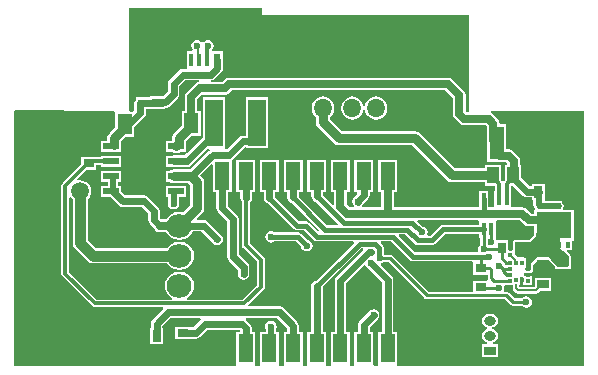
<source format=gtl>
G04*
G04 #@! TF.GenerationSoftware,Altium Limited,Altium Designer,20.2.4 (192)*
G04*
G04 Layer_Physical_Order=1*
G04 Layer_Color=255*
%FSLAX25Y25*%
%MOIN*%
G70*
G04*
G04 #@! TF.SameCoordinates,AF803115-0C24-4DE3-BE5F-04C5706376D8*
G04*
G04*
G04 #@! TF.FilePolarity,Positive*
G04*
G01*
G75*
%ADD11C,0.01181*%
%ADD12C,0.00787*%
%ADD27R,0.02362X0.04331*%
%ADD28R,0.01575X0.04331*%
%ADD29R,0.09055X0.12992*%
%ADD30R,0.05512X0.02165*%
%ADD31R,0.04882X0.11063*%
%ADD32R,0.03543X0.02756*%
%ADD33R,0.03843X0.03000*%
%ADD34R,0.01587X0.02795*%
%ADD35R,0.05906X0.15748*%
%ADD36R,0.04921X0.09449*%
%ADD37R,0.04882X0.06800*%
%ADD38R,0.01181X0.01968*%
%ADD39R,0.11811X0.08661*%
%ADD40R,0.01378X0.01693*%
%ADD41R,0.01693X0.01378*%
%ADD42R,0.01654X0.04200*%
%ADD43R,0.03937X0.05512*%
%ADD44R,0.02756X0.03543*%
%ADD45R,0.03000X0.03843*%
%ADD79C,0.02756*%
%ADD80C,0.02362*%
%ADD81C,0.01968*%
%ADD82C,0.03150*%
%ADD83C,0.00984*%
%ADD84C,0.01575*%
%ADD85C,0.03543*%
%ADD86C,0.01500*%
%ADD87O,0.03543X0.07677*%
%ADD88O,0.04134X0.06102*%
%ADD89O,0.08268X0.07874*%
%ADD90C,0.05906*%
%ADD91R,0.05906X0.05906*%
%ADD92O,0.05906X0.06299*%
%ADD93R,0.05118X0.06890*%
%ADD94C,0.15748*%
%ADD95R,0.03150X0.04000*%
%ADD96O,0.03150X0.04000*%
%ADD97O,0.04000X0.03150*%
%ADD98R,0.04000X0.03150*%
%ADD99C,0.02362*%
%ADD100C,0.01968*%
%ADD101C,0.01575*%
G36*
X83129Y117267D02*
X152027D01*
Y85420D01*
X152027Y85254D01*
X151665Y84920D01*
X151314D01*
X150946Y85289D01*
Y90609D01*
X150784Y91423D01*
X150323Y92114D01*
X146503Y95934D01*
X145813Y96395D01*
X144999Y96557D01*
X72146D01*
X71332Y96395D01*
X70641Y95934D01*
X69847Y95139D01*
X66128D01*
X66079Y95639D01*
X66682Y95759D01*
X67307Y96177D01*
X69473Y98342D01*
X69890Y98967D01*
X70037Y99705D01*
Y102559D01*
X70000Y102745D01*
Y105433D01*
X66615D01*
X66520Y105561D01*
X66393Y105933D01*
X66741Y106453D01*
X66887Y107190D01*
X66741Y107928D01*
X66323Y108553D01*
X65698Y108970D01*
X64961Y109117D01*
X64223Y108970D01*
X63598Y108553D01*
X63439Y108314D01*
X62939D01*
X62780Y108553D01*
X62155Y108970D01*
X61417Y109117D01*
X60680Y108970D01*
X60055Y108553D01*
X59637Y107928D01*
X59491Y107190D01*
X59637Y106453D01*
X59985Y105933D01*
X59858Y105561D01*
X59763Y105433D01*
X57953D01*
Y99685D01*
X57543Y99466D01*
X56653D01*
X55916Y99319D01*
X55291Y98902D01*
X52181Y95792D01*
X51763Y95166D01*
X51617Y94429D01*
Y91802D01*
X50171Y90357D01*
X45598D01*
Y89997D01*
X42598D01*
X42119Y89902D01*
X41018D01*
Y89195D01*
X40641Y88631D01*
X40494Y87894D01*
Y85620D01*
X39967Y85093D01*
X39271D01*
X38838Y85254D01*
X38838Y85593D01*
Y119629D01*
X83129D01*
Y117267D01*
D02*
G37*
G36*
X62070Y95113D02*
X61391Y94977D01*
X60700Y94516D01*
X57885Y91701D01*
X57424Y91011D01*
X57262Y90197D01*
Y85408D01*
X56240D01*
Y80483D01*
X53865Y78109D01*
X53361Y77353D01*
X53184Y76462D01*
X53184Y76462D01*
Y75571D01*
X53046Y75433D01*
X50866D01*
Y71850D01*
X53069D01*
X53637Y71471D01*
X54528Y71294D01*
X55418Y71471D01*
X55986Y71850D01*
X57297D01*
X57759Y71850D01*
X58088Y71472D01*
X57185Y70569D01*
X53543D01*
X52862Y70433D01*
X50866D01*
Y66850D01*
X52862D01*
X53543Y66715D01*
X57983D01*
X58720Y66862D01*
X59345Y67279D01*
X64971Y72905D01*
X65437Y72854D01*
X65579Y72408D01*
X65311Y72229D01*
X59052Y65970D01*
X53543D01*
X52652Y65793D01*
X52114Y65433D01*
X50866D01*
Y61850D01*
X52114D01*
X52652Y61491D01*
X53543Y61313D01*
X58484D01*
X59089Y60709D01*
Y54029D01*
X56772Y51712D01*
X55715Y51851D01*
X55321D01*
X54109Y51692D01*
X52978Y51223D01*
X52008Y50479D01*
X51263Y49508D01*
X51174Y49293D01*
X49490D01*
X48974Y49808D01*
Y51968D01*
X48827Y52706D01*
X48410Y53331D01*
X45063Y56677D01*
X44438Y57095D01*
X43701Y57242D01*
X37491D01*
X36142Y58591D01*
Y60433D01*
X35191D01*
Y61850D01*
X36142D01*
Y65433D01*
X29213D01*
Y61850D01*
X31738D01*
Y60433D01*
X29213D01*
Y56850D01*
X32433D01*
X35331Y53952D01*
X35956Y53535D01*
X36693Y53388D01*
X42903D01*
X45120Y51170D01*
Y49010D01*
X45267Y48273D01*
X45685Y47648D01*
X46913Y46420D01*
X46927Y46351D01*
X47388Y45661D01*
X48078Y45200D01*
X48892Y45038D01*
X51174D01*
X51263Y44822D01*
X52008Y43852D01*
X52978Y43107D01*
X54109Y42639D01*
X55321Y42480D01*
X55715D01*
X56928Y42639D01*
X58058Y43107D01*
X59028Y43852D01*
X59773Y44822D01*
X59945Y45239D01*
X62854D01*
X66787Y41306D01*
X67412Y40888D01*
X68150Y40742D01*
X68887Y40888D01*
X69512Y41306D01*
X69930Y41931D01*
X70076Y42668D01*
X69930Y43406D01*
X69512Y44031D01*
X65015Y48528D01*
X64390Y48946D01*
X63652Y49092D01*
X61391D01*
X61199Y49554D01*
X63064Y51418D01*
X63064Y51418D01*
X63568Y52174D01*
X63745Y53065D01*
X63745Y53065D01*
Y61673D01*
X63745Y61673D01*
X63568Y62564D01*
X63064Y63319D01*
X62458Y63926D01*
X66152Y67620D01*
X66614Y67429D01*
Y58346D01*
X67857D01*
Y53065D01*
X68003Y52327D01*
X68421Y51702D01*
X71400Y48723D01*
Y36832D01*
X71547Y36094D01*
X71964Y35469D01*
X74964Y32470D01*
Y31075D01*
X75111Y30337D01*
X75528Y29712D01*
X76153Y29295D01*
X76891Y29148D01*
X77628Y29295D01*
X78253Y29712D01*
X78671Y30337D01*
X78818Y31075D01*
Y33268D01*
X78671Y34005D01*
X78253Y34630D01*
X75253Y37630D01*
Y49521D01*
X75107Y50259D01*
X74689Y50884D01*
X71710Y53863D01*
Y58346D01*
X72953D01*
Y69133D01*
X73508Y69504D01*
X77335Y73330D01*
X77835Y73270D01*
Y72913D01*
X85158D01*
Y90079D01*
X77835D01*
Y77226D01*
X76579D01*
X75842Y77080D01*
X75217Y76662D01*
X71348Y72793D01*
X71041D01*
X70591Y72913D01*
X70591Y73293D01*
Y90079D01*
X63268D01*
Y76652D01*
X58174Y71558D01*
X57795Y71886D01*
X57795Y72336D01*
Y74381D01*
X57840Y74606D01*
X57840Y74606D01*
Y75498D01*
X59533Y77191D01*
X62539D01*
Y85408D01*
X61517D01*
Y89316D01*
X63086Y90884D01*
X70728D01*
X71543Y91046D01*
X72233Y91507D01*
X73027Y92302D01*
X144118D01*
X146691Y89728D01*
Y84407D01*
X146853Y83593D01*
X147315Y82903D01*
X148929Y81289D01*
X149619Y80827D01*
X150433Y80665D01*
X157701D01*
X158069Y80297D01*
Y75753D01*
X158110Y75547D01*
Y68449D01*
X162117D01*
X162323Y68409D01*
X164349D01*
X164802Y67956D01*
Y67448D01*
X163904D01*
Y62392D01*
X163679Y62168D01*
X163621Y62081D01*
X163094D01*
X162723Y62458D01*
Y67448D01*
X157368D01*
Y66312D01*
X147380D01*
X135682Y78010D01*
X134927Y78515D01*
X134036Y78692D01*
X134036Y78692D01*
X109706D01*
X105675Y82724D01*
Y83353D01*
X105958Y83570D01*
X106545Y84335D01*
X106914Y85225D01*
X107039Y86181D01*
Y86575D01*
X106914Y87531D01*
X106545Y88421D01*
X105958Y89186D01*
X105193Y89773D01*
X104302Y90142D01*
X103347Y90268D01*
X102391Y90142D01*
X101500Y89773D01*
X100735Y89186D01*
X100148Y88421D01*
X99779Y87531D01*
X99654Y86575D01*
Y86181D01*
X99779Y85225D01*
X100148Y84335D01*
X100735Y83570D01*
X101018Y83353D01*
Y81759D01*
X101018Y81759D01*
X101196Y80868D01*
X101700Y80113D01*
X107096Y74717D01*
X107096Y74717D01*
X107851Y74213D01*
X108742Y74036D01*
X108742Y74036D01*
X133071D01*
X144770Y62337D01*
X145525Y61832D01*
X146416Y61655D01*
X146416Y61655D01*
X157368D01*
Y60519D01*
X160732D01*
Y58839D01*
X160522D01*
Y53309D01*
X158474D01*
Y58820D01*
X155403D01*
Y53309D01*
X127029D01*
Y58346D01*
X128071D01*
Y69213D01*
X121732D01*
Y58346D01*
X122774D01*
Y53309D01*
X116694D01*
X116508Y53809D01*
X116842Y54309D01*
X116882Y54508D01*
X118390Y56017D01*
X118808Y56642D01*
X118954Y57379D01*
Y58346D01*
X120197D01*
Y69213D01*
X113858D01*
Y58346D01*
X114563D01*
X114770Y57846D01*
X113699Y56776D01*
X113282Y56151D01*
X113135Y55413D01*
Y55046D01*
X113282Y54309D01*
X113616Y53809D01*
X113430Y53309D01*
X112247D01*
X111281Y54274D01*
Y58346D01*
X112323D01*
Y69213D01*
X105984D01*
Y58346D01*
X107026D01*
Y54151D01*
X106564Y53959D01*
X103305Y57219D01*
Y58346D01*
X104449D01*
Y69213D01*
X98110D01*
Y58346D01*
X99451D01*
Y56988D01*
X99598Y56251D01*
X100015Y55626D01*
X100641Y55208D01*
X101090Y55119D01*
X108375Y47834D01*
X108184Y47372D01*
X104785D01*
X95332Y56825D01*
Y58346D01*
X96575D01*
Y69213D01*
X90236D01*
Y58346D01*
X91479D01*
Y56595D01*
X91625Y55857D01*
X92043Y55232D01*
X92668Y54814D01*
X93118Y54725D01*
X102018Y45825D01*
X101853Y45282D01*
X101773Y45266D01*
X98815Y48224D01*
X98320Y48555D01*
X97736Y48671D01*
X95415D01*
X87458Y56628D01*
Y58346D01*
X88701D01*
Y69213D01*
X82362D01*
Y58346D01*
X83605D01*
Y56398D01*
X83751Y55660D01*
X84169Y55035D01*
X84794Y54618D01*
X85244Y54528D01*
X93705Y46067D01*
X94200Y45736D01*
X94784Y45620D01*
X97104D01*
X100339Y42386D01*
X100834Y42055D01*
X101417Y41939D01*
X113483D01*
X113674Y41477D01*
X100992Y28795D01*
X100542Y28706D01*
X99917Y28288D01*
X99499Y27663D01*
X99353Y26926D01*
Y11732D01*
X98110D01*
Y1035D01*
X98110Y866D01*
X97748Y535D01*
X96938D01*
X96575Y866D01*
X96575Y1035D01*
Y11732D01*
X95332D01*
Y13840D01*
X95186Y14578D01*
X94768Y15203D01*
X90301Y19670D01*
X89675Y20088D01*
X88938Y20234D01*
X78738D01*
X78531Y20734D01*
X83614Y25818D01*
X83614Y25818D01*
X83901Y26247D01*
X84002Y26754D01*
X84002Y26754D01*
Y35809D01*
X83901Y36316D01*
X83614Y36746D01*
X83614Y36746D01*
X79081Y41279D01*
Y55023D01*
X79118Y55049D01*
X79138Y55068D01*
X79556Y55693D01*
X79702Y56431D01*
Y58346D01*
X80827D01*
Y69213D01*
X74488D01*
Y58346D01*
X75849D01*
Y56510D01*
X75829Y56411D01*
X75976Y55674D01*
X76394Y55049D01*
X76431Y55023D01*
Y40730D01*
X76431Y40730D01*
X76532Y40223D01*
X76819Y39794D01*
X81353Y35260D01*
Y27303D01*
X76616Y22567D01*
X58060D01*
X57960Y23067D01*
X58058Y23107D01*
X59028Y23852D01*
X59773Y24823D01*
X60241Y25953D01*
X60401Y27165D01*
X60241Y28378D01*
X59773Y29508D01*
X59028Y30479D01*
X58058Y31223D01*
X56928Y31692D01*
X55715Y31851D01*
X55321D01*
X54109Y31692D01*
X52978Y31223D01*
X52008Y30479D01*
X51263Y29508D01*
X50795Y28378D01*
X50635Y27165D01*
X50795Y25953D01*
X51263Y24823D01*
X52008Y23852D01*
X52978Y23107D01*
X53076Y23067D01*
X52977Y22567D01*
X27992D01*
X18801Y31759D01*
Y56519D01*
X19248Y56768D01*
X19301Y56765D01*
X19865Y56030D01*
X19947Y55967D01*
Y41500D01*
X20140Y40533D01*
X20688Y39712D01*
X25023Y35377D01*
X25843Y34829D01*
X26811Y34637D01*
X51406D01*
X52008Y33852D01*
X52978Y33107D01*
X54109Y32639D01*
X55321Y32480D01*
X55715D01*
X56928Y32639D01*
X58058Y33107D01*
X59028Y33852D01*
X59773Y34822D01*
X60241Y35953D01*
X60401Y37165D01*
X60241Y38378D01*
X59773Y39508D01*
X59028Y40479D01*
X58058Y41223D01*
X56928Y41691D01*
X55715Y41851D01*
X55321D01*
X54109Y41691D01*
X52978Y41223D01*
X52008Y40479D01*
X51406Y39694D01*
X27858D01*
X25005Y42548D01*
Y55967D01*
X25087Y56030D01*
X25674Y56795D01*
X26043Y57686D01*
X26169Y58642D01*
X26043Y59598D01*
X25674Y60488D01*
X25087Y61253D01*
X24322Y61840D01*
X23432Y62209D01*
X22476Y62335D01*
X21749Y62239D01*
X21515Y62713D01*
X24688Y65886D01*
X27776D01*
Y67405D01*
X29213D01*
Y66850D01*
X36142D01*
Y70433D01*
X29213D01*
Y70054D01*
X27776D01*
Y70059D01*
X22815D01*
Y67759D01*
X16539Y61484D01*
X16252Y61054D01*
X16151Y60547D01*
X16151Y60547D01*
Y31210D01*
X16151Y31210D01*
X16252Y30703D01*
X16539Y30273D01*
X26507Y20306D01*
X26507Y20305D01*
X26937Y20018D01*
X27444Y19918D01*
X27444Y19918D01*
X49949D01*
X50156Y19418D01*
X46512Y15773D01*
X46094Y15148D01*
X45947Y14411D01*
Y13043D01*
X45591D01*
Y7626D01*
X50157D01*
Y13043D01*
X49801D01*
Y13612D01*
X52569Y16381D01*
X62466D01*
X62618Y15881D01*
X62515Y15812D01*
X60086Y13382D01*
X59134D01*
Y13542D01*
X54173D01*
Y9369D01*
X59134D01*
Y9529D01*
X60884D01*
X61621Y9675D01*
X62246Y10093D01*
X64676Y12523D01*
X75476D01*
X75731Y12268D01*
Y11732D01*
X74488D01*
Y1035D01*
X74488Y866D01*
X74125Y535D01*
X11155D01*
X10675Y439D01*
X8613Y384D01*
X7587Y535D01*
X452D01*
Y85254D01*
X560D01*
X560Y85569D01*
X17096D01*
X17096Y85569D01*
X17476Y85254D01*
X33681D01*
X34114Y85093D01*
X34114Y84754D01*
Y79912D01*
X32212Y78010D01*
X31707Y77255D01*
X31530Y76364D01*
X31530Y76364D01*
Y75433D01*
X29213D01*
Y71850D01*
X33138D01*
X33858Y71707D01*
X34578Y71850D01*
X36142D01*
Y73810D01*
X36187Y74035D01*
Y75399D01*
X37663Y76876D01*
X40413D01*
Y80089D01*
X43784Y83460D01*
X44201Y84085D01*
X44348Y84822D01*
Y86143D01*
X45598D01*
Y85939D01*
X50859D01*
Y86335D01*
X51525Y86468D01*
X52150Y86886D01*
X54906Y89641D01*
X55323Y90267D01*
X55470Y91004D01*
Y93631D01*
X57452Y95613D01*
X62021D01*
X62070Y95113D01*
D02*
G37*
G36*
X169913Y57139D02*
X170538Y56721D01*
X171275Y56574D01*
X172940D01*
Y55871D01*
X173523D01*
Y54082D01*
X173654Y53421D01*
X174028Y52861D01*
X174106Y52784D01*
X173899Y52284D01*
X173701D01*
Y51202D01*
X172771D01*
X171288Y52685D01*
X170598Y53147D01*
X169783Y53309D01*
X166151D01*
Y58820D01*
X165941D01*
Y60519D01*
X166533D01*
X169913Y57139D01*
D02*
G37*
G36*
X155403Y48820D02*
Y47536D01*
X143314D01*
X142730Y47420D01*
X142235Y47089D01*
X138945Y43799D01*
X138401D01*
X138139Y44299D01*
X138269Y44951D01*
X138122Y45688D01*
X137705Y46313D01*
X137080Y46731D01*
X136630Y46820D01*
X134859Y48592D01*
X135050Y49054D01*
X155000D01*
X155403Y48820D01*
D02*
G37*
G36*
X170386Y47570D02*
X171076Y47109D01*
X171890Y46947D01*
X173701D01*
Y44803D01*
X173688Y44749D01*
X173690Y44733D01*
X173687Y44718D01*
X173687Y44000D01*
X172043Y42356D01*
X171221D01*
Y42358D01*
X167047D01*
Y42302D01*
X167046Y42301D01*
X166812Y42145D01*
X166655Y41910D01*
X166600Y41634D01*
X166600Y39260D01*
X166100Y38880D01*
X165855Y38929D01*
X165539Y38866D01*
X165039Y39214D01*
Y42358D01*
X161278D01*
X160960Y42770D01*
X161033Y43202D01*
X161033Y43202D01*
Y48820D01*
X161436Y49054D01*
X168902D01*
X170386Y47570D01*
D02*
G37*
G36*
X155403Y43202D02*
X155715D01*
Y40923D01*
X155577Y40831D01*
X155159Y40206D01*
X155012Y39469D01*
X155138Y38838D01*
X154866Y38338D01*
X134055D01*
X128534Y43859D01*
X128726Y44321D01*
X130864D01*
X133990Y41195D01*
X134485Y40864D01*
X135069Y40748D01*
X139577D01*
X140161Y40864D01*
X140655Y41195D01*
X143946Y44486D01*
X155403D01*
Y43202D01*
D02*
G37*
G36*
X182480Y39764D02*
X183465Y38780D01*
X185335Y36909D01*
X185335Y33917D01*
X184981Y33563D01*
X181693Y33563D01*
X179402Y35854D01*
Y36206D01*
X179050D01*
X178642Y36614D01*
X174803D01*
X174395Y36206D01*
X174141D01*
Y35952D01*
X172539Y34350D01*
Y32260D01*
X170768D01*
Y33225D01*
X170984D01*
Y36335D01*
X170555D01*
X170276Y36614D01*
X168405D01*
X167323Y37697D01*
X167323Y41634D01*
X172343D01*
X174213Y43504D01*
X174409Y43701D01*
X174409Y44718D01*
X174909Y45177D01*
X182480D01*
Y39764D01*
D02*
G37*
G36*
X190398Y85373D02*
Y85254D01*
X190412D01*
Y20555D01*
X190481Y20480D01*
Y20480D01*
Y20480D01*
D01*
X190481Y4324D01*
X190412Y4248D01*
Y535D01*
X183358D01*
X182332Y384D01*
X180269Y439D01*
X179790Y535D01*
X128434D01*
X128071Y866D01*
X128071Y1035D01*
Y11732D01*
X126828D01*
Y29057D01*
X126682Y29794D01*
X126264Y30419D01*
X122636Y34048D01*
X122801Y34590D01*
X123066Y34643D01*
X123634Y35022D01*
X125199D01*
X137128Y23093D01*
X137525Y22828D01*
X137994Y22735D01*
X164024D01*
X165869Y20890D01*
X166266Y20625D01*
X166735Y20531D01*
X169713D01*
X169807Y20391D01*
X170432Y19973D01*
X171170Y19826D01*
X171907Y19973D01*
X172532Y20391D01*
X172950Y21016D01*
X173097Y21753D01*
X172950Y22490D01*
X172532Y23115D01*
X171907Y23533D01*
X171170Y23680D01*
X170432Y23533D01*
X169807Y23115D01*
X169717Y22980D01*
X167242D01*
X165397Y24825D01*
X165000Y25090D01*
X164531Y25183D01*
X163904D01*
X163727Y25514D01*
X163681Y25683D01*
X163815Y26362D01*
X163669Y27099D01*
X164021Y27472D01*
X164114Y27496D01*
Y27496D01*
X166220D01*
Y27359D01*
X166593D01*
Y26280D01*
X166678Y25849D01*
X166922Y25485D01*
X167512Y24894D01*
X167877Y24651D01*
X168307Y24565D01*
X174422D01*
X174853Y24651D01*
X175217Y24894D01*
X175731Y25408D01*
X179402D01*
Y29825D01*
X174141D01*
Y26997D01*
X173957Y26813D01*
X168841D01*
Y27359D01*
X169016D01*
Y29921D01*
X169980D01*
Y27496D01*
X173091D01*
Y30292D01*
X170512D01*
Y31433D01*
X173091D01*
Y31810D01*
X173207Y31984D01*
X173262Y32260D01*
Y34051D01*
X174652Y35441D01*
X174754Y35594D01*
X174906Y35695D01*
X175102Y35892D01*
X178342D01*
X178539Y35695D01*
X178750Y35554D01*
X178891Y35343D01*
X180637Y33597D01*
Y32849D01*
X181652D01*
X181693Y32840D01*
X184981Y32840D01*
X185022Y32849D01*
X185898D01*
Y33484D01*
X186002Y33640D01*
X186057Y33917D01*
X186057Y36909D01*
X186002Y37186D01*
X185846Y37420D01*
X184673Y38593D01*
X184864Y39055D01*
X186339D01*
Y42205D01*
X186929D01*
Y52284D01*
X183491D01*
X183287Y52784D01*
X183484Y53080D01*
X183616Y53740D01*
X183484Y54401D01*
X183189Y54843D01*
Y55433D01*
X182056D01*
X181890Y55466D01*
X177588D01*
X177358Y55871D01*
Y61132D01*
X172940D01*
Y60428D01*
X172074D01*
X169258Y63244D01*
Y67448D01*
X169057D01*
Y68837D01*
X168895Y69651D01*
X168433Y70341D01*
X166735Y72040D01*
X166044Y72501D01*
X165230Y72663D01*
X164409D01*
Y80930D01*
X162324D01*
Y81178D01*
X162162Y81993D01*
X161701Y82683D01*
X160087Y84297D01*
X159397Y84759D01*
X159471Y85254D01*
X172887D01*
X173049Y85401D01*
X190398Y85373D01*
D02*
G37*
G36*
X132345Y35734D02*
X132840Y35404D01*
X133423Y35287D01*
X153052D01*
X153442Y35022D01*
Y30849D01*
X158282D01*
Y29604D01*
X158335Y29341D01*
X158056Y28903D01*
X157971Y28841D01*
X153442D01*
Y25183D01*
X138501D01*
X126572Y37112D01*
X126175Y37378D01*
X125707Y37471D01*
X123902D01*
X123692Y37786D01*
X123553Y37878D01*
Y39888D01*
X123437Y40472D01*
X123107Y40967D01*
X122596Y41477D01*
X122788Y41939D01*
X126140D01*
X132345Y35734D01*
D02*
G37*
G36*
X117586Y33829D02*
X117950Y33283D01*
X122975Y28259D01*
Y11732D01*
X121732D01*
Y1035D01*
X121732Y866D01*
X121370Y535D01*
X120560D01*
X120197Y866D01*
X120197Y1035D01*
Y11732D01*
X118954D01*
Y13423D01*
X121579Y16047D01*
X121997Y16672D01*
X122143Y17410D01*
X121997Y18147D01*
X121579Y18772D01*
X120954Y19190D01*
X120217Y19336D01*
X119479Y19190D01*
X118854Y18772D01*
X115665Y15583D01*
X115247Y14958D01*
X115101Y14221D01*
Y11732D01*
X113858D01*
Y1035D01*
X113858Y866D01*
X113496Y535D01*
X112686D01*
X112323Y866D01*
X112323Y1035D01*
Y11732D01*
X111080D01*
Y28031D01*
X117045Y33995D01*
X117586Y33829D01*
D02*
G37*
G36*
X116537Y39588D02*
X116721Y39121D01*
X107791Y30191D01*
X107373Y29566D01*
X107227Y28829D01*
Y11732D01*
X105984D01*
Y1035D01*
X105984Y866D01*
X105622Y535D01*
X104812D01*
X104449Y866D01*
X104449Y1035D01*
Y11732D01*
X103206D01*
Y26695D01*
X116140Y39629D01*
X116537Y39588D01*
D02*
G37*
G36*
X91479Y13042D02*
Y11732D01*
X90236D01*
Y1035D01*
X90236Y866D01*
X89874Y535D01*
X89064D01*
X88701Y866D01*
X88701Y1035D01*
Y11732D01*
X87674D01*
Y12724D01*
X87728Y12805D01*
X87875Y13542D01*
X87728Y14279D01*
X87311Y14905D01*
X86686Y15322D01*
X85948Y15469D01*
X85211Y15322D01*
X84586Y14905D01*
X84168Y14279D01*
X84022Y13542D01*
X84168Y12805D01*
X84222Y12724D01*
Y11732D01*
X82362D01*
Y1035D01*
X82362Y866D01*
X81999Y535D01*
X81189D01*
X80827Y866D01*
X80827Y1035D01*
Y11732D01*
X79584D01*
Y13066D01*
X79438Y13803D01*
X79020Y14429D01*
X77636Y15812D01*
X77534Y15881D01*
X77685Y16381D01*
X88140D01*
X91479Y13042D01*
D02*
G37*
%LPC*%
G36*
X121063Y90268D02*
X120107Y90142D01*
X119217Y89773D01*
X118452Y89186D01*
X117865Y88421D01*
X117496Y87531D01*
X117383Y86676D01*
X117370Y86575D01*
X116882D01*
X116869Y86676D01*
X116756Y87531D01*
X116387Y88421D01*
X115800Y89186D01*
X115035Y89773D01*
X114145Y90142D01*
X113189Y90268D01*
X112233Y90142D01*
X111343Y89773D01*
X110578Y89186D01*
X109991Y88421D01*
X109622Y87531D01*
X109496Y86575D01*
Y86181D01*
X109622Y85225D01*
X109991Y84335D01*
X110578Y83570D01*
X111343Y82983D01*
X112233Y82614D01*
X113189Y82488D01*
X114145Y82614D01*
X115035Y82983D01*
X115800Y83570D01*
X116387Y84335D01*
X116756Y85225D01*
X116869Y86080D01*
X116882Y86181D01*
X117370D01*
X117383Y86080D01*
X117496Y85225D01*
X117865Y84335D01*
X118452Y83570D01*
X119217Y82983D01*
X120107Y82614D01*
X121063Y82488D01*
X122019Y82614D01*
X122909Y82983D01*
X123674Y83570D01*
X124261Y84335D01*
X124630Y85225D01*
X124756Y86181D01*
Y86575D01*
X124630Y87531D01*
X124261Y88421D01*
X123674Y89186D01*
X122909Y89773D01*
X122019Y90142D01*
X121063Y90268D01*
D02*
G37*
G36*
X57795Y60433D02*
X50866D01*
Y56850D01*
X51817D01*
Y55385D01*
X51763Y55304D01*
X51617Y54567D01*
X51763Y53830D01*
X52181Y53205D01*
X52806Y52787D01*
X53543Y52640D01*
X54281Y52787D01*
X54906Y53205D01*
X55323Y53830D01*
X55470Y54567D01*
X55323Y55304D01*
X55269Y55385D01*
Y56850D01*
X57795D01*
Y60433D01*
D02*
G37*
G36*
X86024Y45391D02*
X85286Y45245D01*
X84661Y44827D01*
X84244Y44202D01*
X84097Y43465D01*
X84244Y42727D01*
X84661Y42102D01*
X85286Y41684D01*
X86024Y41538D01*
X86761Y41684D01*
X87142Y41939D01*
X94388D01*
X96078Y40250D01*
X96167Y39800D01*
X96585Y39175D01*
X97210Y38757D01*
X97947Y38610D01*
X98684Y38757D01*
X99309Y39175D01*
X99727Y39800D01*
X99874Y40537D01*
X99727Y41274D01*
X99309Y41900D01*
X98684Y42317D01*
X98235Y42407D01*
X96098Y44543D01*
X95603Y44874D01*
X95020Y44990D01*
X87142D01*
X86761Y45245D01*
X86024Y45391D01*
D02*
G37*
G36*
X159382Y17879D02*
X158531D01*
X157641Y17702D01*
X156885Y17198D01*
X156380Y16442D01*
X156203Y15551D01*
X156380Y14660D01*
X156885Y13905D01*
X157641Y13400D01*
X158114Y13306D01*
Y12796D01*
X157641Y12702D01*
X156885Y12197D01*
X156380Y11442D01*
X156203Y10551D01*
X156380Y9660D01*
X156885Y8905D01*
X157641Y8400D01*
X157970Y8335D01*
X157921Y7835D01*
X156248D01*
Y3268D01*
X161665D01*
Y7835D01*
X159993D01*
X159943Y8335D01*
X160273Y8400D01*
X161028Y8905D01*
X161533Y9660D01*
X161710Y10551D01*
X161533Y11442D01*
X161028Y12197D01*
X160273Y12702D01*
X159800Y12796D01*
Y13306D01*
X160273Y13400D01*
X161028Y13905D01*
X161533Y14660D01*
X161710Y15551D01*
X161533Y16442D01*
X161028Y17198D01*
X160273Y17702D01*
X159382Y17879D01*
D02*
G37*
%LPD*%
D11*
X77756Y40730D02*
X82677Y35809D01*
X77756Y40730D02*
Y56411D01*
X180034Y31875D02*
X180169D01*
X182746Y28776D02*
X183268D01*
X181937Y29586D02*
X182746Y28776D01*
X181937Y29586D02*
Y30107D01*
X180169Y31875D02*
X181937Y30107D01*
X178445Y33465D02*
X180034Y31875D01*
X82677Y26754D02*
Y35809D01*
X77165Y21242D02*
X82677Y26754D01*
X27444Y21242D02*
X77165D01*
X17476Y31210D02*
X27444Y21242D01*
X24902Y67972D02*
X25295D01*
X17476Y60547D02*
X24902Y67972D01*
X17476Y31210D02*
Y60547D01*
X33377Y68730D02*
X33465Y68642D01*
X25295Y67972D02*
X26053Y68730D01*
X33377D01*
X176545Y33602D02*
X177067D01*
X64567Y102559D02*
Y106477D01*
X64961Y106871D01*
Y107190D01*
X164616Y56011D02*
Y61231D01*
X166403Y63019D01*
X162057Y56031D02*
Y61184D01*
X160222Y63019D02*
X162057Y61184D01*
X160222Y63019D02*
Y63983D01*
D12*
X168307Y25689D02*
X174422D01*
X167717Y26280D02*
X168307Y25689D01*
X174422D02*
X176450Y27716D01*
X167717Y26280D02*
Y27874D01*
X185010Y28898D02*
X187805Y31693D01*
X169587Y28914D02*
X169882Y28618D01*
X171535Y30863D02*
X173563D01*
X175244Y32543D01*
Y32891D01*
X175955Y33602D01*
X176545D01*
X165715Y37403D02*
X165855D01*
X165658Y37460D02*
X167303Y35815D01*
X61713Y102854D02*
X62008Y102559D01*
X61713Y102854D02*
Y106895D01*
X61417Y107190D02*
X61713Y106895D01*
X183353Y71457D02*
X187431Y67379D01*
Y56988D02*
Y67379D01*
Y56191D02*
Y56988D01*
X185010Y53770D02*
X187431Y56191D01*
X182087Y71457D02*
X183353D01*
X167303Y35095D02*
X167618Y34780D01*
X167303Y35095D02*
Y35815D01*
X176450Y27716D02*
X176772D01*
X7599Y13661D02*
X17224Y4035D01*
X185010Y53770D02*
X185039Y53740D01*
D27*
X55905Y102559D02*
D03*
X68110D02*
D03*
D28*
X59449D02*
D03*
X62008D02*
D03*
X64567D02*
D03*
D29*
X43504Y66142D02*
D03*
D30*
X32677Y73642D02*
D03*
Y68642D02*
D03*
Y63642D02*
D03*
Y58642D02*
D03*
X54331Y73642D02*
D03*
Y68642D02*
D03*
Y63642D02*
D03*
Y58642D02*
D03*
D31*
X161260Y74690D02*
D03*
X149567D02*
D03*
D32*
X56653Y11456D02*
D03*
Y5274D02*
D03*
X25295Y67972D02*
D03*
Y74154D02*
D03*
X155922Y32935D02*
D03*
Y26754D02*
D03*
D33*
X48228Y94529D02*
D03*
Y88148D02*
D03*
X176772Y33998D02*
D03*
Y27617D02*
D03*
X183268Y28676D02*
D03*
Y35057D02*
D03*
D34*
X42520Y95669D02*
D03*
Y87795D02*
D03*
D35*
X81496Y81496D02*
D03*
X66929D02*
D03*
D36*
X69784Y6299D02*
D03*
X77658D02*
D03*
X85532D02*
D03*
X93405D02*
D03*
X101279D02*
D03*
X109154D02*
D03*
X117028D02*
D03*
X124902D02*
D03*
X69784Y63779D02*
D03*
X77658D02*
D03*
X85532D02*
D03*
X93405D02*
D03*
X101279D02*
D03*
X109154D02*
D03*
X117028D02*
D03*
X124902D02*
D03*
D37*
X47697Y81299D02*
D03*
X59390D02*
D03*
X25571Y80984D02*
D03*
X37264D02*
D03*
D38*
X185039Y53740D02*
D03*
X181890D02*
D03*
X178740D02*
D03*
X175591D02*
D03*
X185039Y40748D02*
D03*
X181890D02*
D03*
X178740D02*
D03*
X175591D02*
D03*
D39*
X180315Y47244D02*
D03*
D40*
X167618Y34780D02*
D03*
X169587D02*
D03*
Y28914D02*
D03*
X167618D02*
D03*
D41*
X171535Y34800D02*
D03*
Y32831D02*
D03*
Y30863D02*
D03*
Y28894D02*
D03*
X165669D02*
D03*
Y30863D02*
D03*
Y32831D02*
D03*
Y34800D02*
D03*
D42*
X164616Y56011D02*
D03*
X162057Y56031D02*
D03*
X159498Y56011D02*
D03*
X156939D02*
D03*
Y46011D02*
D03*
X159498D02*
D03*
X162057D02*
D03*
X164616D02*
D03*
D43*
X166581Y63983D02*
D03*
X160045D02*
D03*
D44*
X169134Y39878D02*
D03*
X162953D02*
D03*
D45*
X181530Y58501D02*
D03*
X175149D02*
D03*
D79*
X166403Y63983D02*
X166929Y64509D01*
X165230Y70536D02*
X166929Y68837D01*
X162323Y70536D02*
X165230D01*
X161260Y71599D02*
X162323Y70536D01*
X166929Y64509D02*
Y68837D01*
X84449Y94429D02*
X144999D01*
X72146D02*
X84449D01*
X70728Y93012D02*
X72146Y94429D01*
X148819Y84407D02*
Y90609D01*
X160197Y75753D02*
Y81178D01*
X158582Y82793D02*
X160197Y81178D01*
X148819Y84407D02*
X150433Y82793D01*
X158582D01*
X161260Y71599D02*
Y74690D01*
X160197Y75753D02*
X161260Y74690D01*
X156939Y51181D02*
X169783D01*
X124902D02*
X156939D01*
X111365D02*
X124902D01*
X109154Y53393D02*
X111365Y51181D01*
X169783D02*
X171890Y49075D01*
X178484D01*
X109154Y53393D02*
Y63779D01*
X124902Y51181D02*
Y63779D01*
X178484Y49075D02*
X180315Y47244D01*
X144999Y94429D02*
X148819Y90609D01*
X62205Y93012D02*
X70728D01*
X59390Y90197D02*
X62205Y93012D01*
X59390Y81299D02*
Y90197D01*
X48892Y47165D02*
X55518D01*
D80*
X77756Y56411D02*
X77776Y56431D01*
Y63661D01*
X77658Y63779D02*
X77776Y63661D01*
X63878Y14450D02*
X76274D01*
X77658Y6299D02*
Y13066D01*
X63652Y47165D02*
X68150Y42668D01*
X55518Y47165D02*
X63652D01*
X73327Y36832D02*
X76891Y33268D01*
Y31075D02*
Y33268D01*
X73327Y36832D02*
Y49521D01*
X37264Y80984D02*
X38583D01*
X166403Y63373D02*
X171275Y58501D01*
X175249D01*
X69784Y53065D02*
Y63779D01*
Y53065D02*
X73327Y49521D01*
X101378Y56988D02*
Y63681D01*
X93405Y56595D02*
Y63779D01*
X85532Y56398D02*
Y63779D01*
X118828Y38504D02*
X119351D01*
X109154Y28829D02*
X118828Y38504D01*
X101279Y6299D02*
Y26926D01*
X109154Y6299D02*
Y28829D01*
X119313Y34646D02*
X124902Y29057D01*
Y6299D02*
Y29057D01*
X115062Y55046D02*
Y55413D01*
X117028Y57379D01*
Y63779D01*
X51771Y18308D02*
X88938D01*
X93405Y6299D02*
Y13840D01*
X88938Y18308D02*
X93405Y13840D01*
X117028Y6299D02*
Y14221D01*
X120217Y17410D01*
X47874Y14411D02*
X51771Y18308D01*
X47874Y10335D02*
Y14411D01*
X76274Y14450D02*
X77658Y13066D01*
X60884Y11456D02*
X63878Y14450D01*
X56653Y11456D02*
X60884D01*
X37835Y81299D02*
Y82184D01*
X42421Y87894D02*
X42520Y87992D01*
X38583Y80984D02*
X42421Y84822D01*
X42520Y87992D02*
X42598Y88070D01*
X42421Y84822D02*
Y87894D01*
X53543Y94429D02*
X56653Y97539D01*
X65945D01*
X68110Y99705D01*
Y102559D01*
X76579Y75300D02*
X79724D01*
X79769Y75345D01*
Y76364D01*
X72146Y70866D02*
X76579Y75300D01*
X66673Y70866D02*
X72146D01*
X57983Y68642D02*
X67323Y77982D01*
X53543Y68642D02*
X57983D01*
X59449Y63642D02*
X66673Y70866D01*
X33465Y58543D02*
X36693Y55315D01*
X43701D01*
X47047Y51968D01*
Y49010D02*
Y51968D01*
Y49010D02*
X48892Y47165D01*
X37835Y80340D02*
Y81299D01*
X48050Y88070D02*
X48228Y88248D01*
X42598Y88070D02*
X48050D01*
X50787Y88248D02*
X53543Y91004D01*
Y94429D01*
X48228Y88248D02*
X50787D01*
D81*
X53543Y54803D02*
Y58642D01*
X53642D02*
X53740Y58543D01*
X53543Y58642D02*
X53642D01*
X85948Y6716D02*
Y13542D01*
X166403Y63373D02*
Y63983D01*
X155922Y26754D02*
X156239Y26437D01*
X161813D02*
X161889Y26362D01*
X123622Y65059D02*
X124902Y63779D01*
X85532Y6299D02*
X85948Y6716D01*
X175249Y54082D02*
X175591Y53740D01*
X175249Y54082D02*
Y58501D01*
X67323Y77982D02*
Y80709D01*
X33465Y58543D02*
Y58642D01*
Y63642D01*
X175591Y53740D02*
Y53740D01*
X178740Y53740D02*
X181890D01*
X175591D02*
X178740D01*
D82*
X103347Y81759D02*
X108742Y76364D01*
X134036D02*
X146416Y63983D01*
X108742Y76364D02*
X134036D01*
X54528Y73622D02*
X55512Y74606D01*
Y76462D02*
X59390Y80340D01*
X55512Y74606D02*
Y76462D01*
X59390Y80340D02*
Y81299D01*
X33858Y74035D02*
Y76364D01*
X37835Y80340D01*
X103347Y81759D02*
Y86378D01*
X146416Y63983D02*
X160222D01*
X53543Y63642D02*
X59449D01*
X61417Y53065D02*
Y61673D01*
X59449Y63642D02*
X61417Y61673D01*
X55518Y47165D02*
Y47165D01*
X61417Y53065D01*
D83*
X159507Y29604D02*
X160217Y28894D01*
X159507Y29604D02*
Y32359D01*
X160217Y28894D02*
X165669D01*
X137994Y23959D02*
X164531D01*
X170975Y21756D02*
X171074Y21657D01*
X164531Y23959D02*
X166735Y21756D01*
X170975D01*
X125707Y36246D02*
X137994Y23959D01*
X156239Y26437D02*
X161813D01*
X122329Y36423D02*
X122506Y36246D01*
X122028Y36724D02*
X122329Y36423D01*
X122506Y36246D02*
X125707D01*
X156939Y40305D02*
Y46011D01*
X162461Y38976D02*
X162953Y39469D01*
X162947Y39883D02*
X162953Y39878D01*
X156939Y39252D02*
X162327D01*
X156939Y40305D02*
X157202Y40042D01*
X159390Y41634D02*
X159444Y41688D01*
X159390Y46119D02*
X159444Y46065D01*
Y41688D02*
Y46065D01*
X155922Y32935D02*
Y36813D01*
X162327Y39252D02*
X162953Y39878D01*
X155922Y32935D02*
X158930D01*
X159507Y32359D01*
X164439Y34800D02*
X165669D01*
X162992Y36246D02*
X164439Y34800D01*
X162992Y36246D02*
Y39429D01*
X163344Y32030D02*
Y32776D01*
Y32030D02*
X164567Y30807D01*
X165614D01*
X165669Y30863D01*
X161889Y33858D02*
X162261D01*
X163344Y32776D02*
X165614D01*
X162261Y33858D02*
X163344Y32776D01*
X165614D02*
X165669Y32831D01*
X162953Y39469D02*
X162992Y39429D01*
D84*
X85532Y56398D02*
X94784Y47146D01*
X97736D02*
X101417Y43465D01*
X94784Y47146D02*
X97736D01*
X166403Y63019D02*
Y63373D01*
X156939Y51181D02*
Y56011D01*
X155946Y36789D02*
X158661D01*
X155922Y36813D02*
X155946Y36789D01*
X133423Y36813D02*
X155922D01*
X126772Y43465D02*
X133423Y36813D01*
X101279Y63779D02*
X101378Y63681D01*
X101417Y43465D02*
X126772D01*
X120735Y41181D02*
X122028Y39888D01*
X115535Y41181D02*
X120735D01*
X101279Y26926D02*
X115535Y41181D01*
X86024Y43465D02*
X95020D01*
X97947Y40537D01*
X98032Y40453D01*
X104154Y45847D02*
X131496D01*
X93405Y56595D02*
X104154Y45847D01*
X122028Y36724D02*
Y39888D01*
X101378Y56988D02*
X110236Y48130D01*
X133163D01*
X131496Y45847D02*
X135069Y42274D01*
X133163Y48130D02*
X136342Y44951D01*
X135069Y42274D02*
X139577D01*
X143314Y46011D01*
X156939D01*
X55905Y102559D02*
Y107190D01*
D85*
X22476Y41500D02*
Y58642D01*
Y41500D02*
X26811Y37165D01*
X55518D01*
D86*
X53543Y54803D02*
D03*
D87*
X44882Y113878D02*
D03*
X79134D02*
D03*
D88*
X47835Y101969D02*
D03*
X76181D02*
D03*
D89*
X33018Y27165D02*
D03*
Y47165D02*
D03*
X55518Y27165D02*
D03*
Y37165D02*
D03*
X55518Y47165D02*
D03*
D90*
X22476Y58642D02*
D03*
D91*
X12476D02*
D03*
D92*
X130905Y86378D02*
D03*
X121063D02*
D03*
X113189D02*
D03*
X103347D02*
D03*
D93*
X142323Y83858D02*
D03*
X91929D02*
D03*
X88976Y105354D02*
D03*
X145276D02*
D03*
D94*
X8858Y76772D02*
D03*
X182087Y12402D02*
D03*
Y76772D02*
D03*
X8858Y12402D02*
D03*
D95*
X47874Y10335D02*
D03*
D96*
X42874D02*
D03*
D97*
X158957Y20551D02*
D03*
Y15551D02*
D03*
Y10551D02*
D03*
D98*
Y5551D02*
D03*
D99*
X84449Y94429D02*
D03*
X142795Y21242D02*
D03*
X137933Y10335D02*
D03*
X53543Y54567D02*
D03*
X68150Y42668D02*
D03*
X65965Y52354D02*
D03*
X76891Y31075D02*
D03*
X16151Y3561D02*
D03*
X21148Y10353D02*
D03*
X16392Y22151D02*
D03*
X5591Y23798D02*
D03*
X144114Y78378D02*
D03*
X81598Y100984D02*
D03*
X87205Y112894D02*
D03*
X149401Y98342D02*
D03*
X149567Y111221D02*
D03*
X42406Y101969D02*
D03*
X41781Y107190D02*
D03*
X29134Y53122D02*
D03*
X24902Y31696D02*
D03*
X74263Y79600D02*
D03*
Y83858D02*
D03*
X74125Y87992D02*
D03*
X54906Y86378D02*
D03*
X13160Y65970D02*
D03*
X19353Y69547D02*
D03*
X21421Y77013D02*
D03*
X19151Y83444D02*
D03*
X168524Y2928D02*
D03*
X175908Y3825D02*
D03*
X171590Y9337D02*
D03*
X171176Y16160D02*
D03*
X180269Y24365D02*
D03*
X186198Y64614D02*
D03*
X176722D02*
D03*
X170083Y71993D02*
D03*
X168759Y81612D02*
D03*
X147202Y58071D02*
D03*
X140819Y63244D02*
D03*
X155012Y70081D02*
D03*
X98583Y71260D02*
D03*
X87205Y22416D02*
D03*
X69468Y28829D02*
D03*
X54291Y5598D02*
D03*
X35191Y14905D02*
D03*
Y5598D02*
D03*
X23432D02*
D03*
Y14905D02*
D03*
X12476Y28829D02*
D03*
X4480D02*
D03*
X12220Y40537D02*
D03*
X4480D02*
D03*
X3699Y50479D02*
D03*
Y57219D02*
D03*
Y63319D02*
D03*
X51525Y116142D02*
D03*
X62780D02*
D03*
X74125D02*
D03*
X72103Y107190D02*
D03*
X138139Y111221D02*
D03*
X132840Y101260D02*
D03*
X125707Y111221D02*
D03*
X119313Y101260D02*
D03*
X111080Y111221D02*
D03*
X102497Y101260D02*
D03*
X98622Y111221D02*
D03*
X170195Y45480D02*
D03*
X171170Y21753D02*
D03*
X85948Y13542D02*
D03*
X139577Y47638D02*
D03*
X147202Y13840D02*
D03*
X168022Y57087D02*
D03*
X81598Y13306D02*
D03*
X105158Y18308D02*
D03*
X114469Y20219D02*
D03*
X143314Y39508D02*
D03*
X136342D02*
D03*
X150492Y30292D02*
D03*
X139577Y26754D02*
D03*
X161889Y26362D02*
D03*
X187805Y31693D02*
D03*
X175955Y50000D02*
D03*
Y47244D02*
D03*
X178937Y50000D02*
D03*
X158661Y36789D02*
D03*
X156939Y39469D02*
D03*
X159390Y41634D02*
D03*
X119351Y38504D02*
D03*
X136342Y44951D02*
D03*
X122329Y36423D02*
D03*
X119313Y34646D02*
D03*
X115062Y55046D02*
D03*
X124902Y13840D02*
D03*
X120217Y17410D02*
D03*
X97947Y40537D02*
D03*
X86024Y43465D02*
D03*
X55905Y107190D02*
D03*
X64961D02*
D03*
X61417D02*
D03*
X187431Y56988D02*
D03*
X40354Y64653D02*
D03*
X46654D02*
D03*
X43504Y64653D02*
D03*
X40354Y61248D02*
D03*
X43504D02*
D03*
X46654Y61247D02*
D03*
Y67854D02*
D03*
X43504Y67855D02*
D03*
X40354D02*
D03*
X43504Y71260D02*
D03*
X46654Y71260D02*
D03*
X40354D02*
D03*
X161889Y33858D02*
D03*
X180217Y31693D02*
D03*
X187805Y25689D02*
D03*
X184843Y44488D02*
D03*
Y47244D02*
D03*
Y50000D02*
D03*
X181890Y44488D02*
D03*
Y47244D02*
D03*
Y50000D02*
D03*
X178937Y47244D02*
D03*
Y44488D02*
D03*
X175984D02*
D03*
D100*
X121732Y54309D02*
D03*
D101*
X165855Y37403D02*
D03*
M02*

</source>
